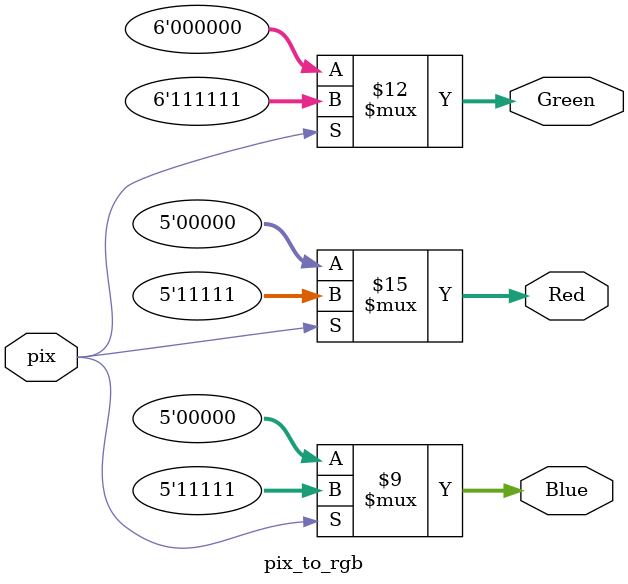
<source format=sv>
module coord_gen
(
	input		[9:0]		HorizontalCounter,
	input		[9:0]		VerticalCounter,
	
	output	[6:0]	y,
	output	[6:0] x
);

assign x = (HorizontalCounter < 640) ? (HorizontalCounter/8):0;
assign y = (VerticalCounter < 480) ? (VerticalCounter/12):0;

endmodule


module screen_memory
(
	input		[6:0]	x,
	input		[6:0]	y,
	
	output	[6:0]	char
);


reg [7:0] memory [3599:0];  // memory with 3599 entries of 8 bit characters


assign char = memory[x*80+y];


initial
begin
	integer i;
	for (i=0;i<3600;i=i+1)
	begin
		memory[i] = (i%60)+32;
	end
	
	//memory[164] = 70;
end

/*
always @(*)
begin

	if (VerticalCounter < 48 && HorizontalCounter < 64)
		char <= 70;
	else char <= 0;

end
*/

endmodule




module char_controller
(
	input							clock25,
	input				[9:0]		HorizontalCounter,
	input				[9:0]		VerticalCounter,

	output 	reg	[6:0]		address = 0
);



endmodule




module char_gen
(
	input							clock25,
	input				[95:0]	data_in,
	input				[9:0]		HorizontalCounter,
	input				[9:0]		VerticalCounter,

	output 	reg				Pixel = 0
);

reg [7:0] line = 0;
reg[2:0] i = 0;
reg [95:0] data = 0;

always @(posedge clock25)
begin
		
	data <= data_in;
	
	case (VerticalCounter % 12)
		10'd0: line <= data[95:88];
		10'd1: line <= data[87:80];
		10'd2: line <= data[79:72];
		10'd3: line <= data[71:64];
		10'd4: line <= data[63:56];
		10'd5: line <= data[55:48];
		10'd6: line <= data[47:40];
		10'd7: line <= data[39:32];
		10'd8: line <= data[31:24];
		10'd9: line <= data[23:16];
		10'd10: line <= data[15:8];
		10'd11: line <= data[7:0];

	endcase


	if (VerticalCounter < 480 && HorizontalCounter < 640)
	begin
		Pixel <= line[i];
		i<=i+1;
	end
	else
	begin
		Pixel <= 0;
		i<=0;
	end
		
	
end



endmodule





module font_rom
(
	input [6:0] address,
	output [95:0] data_out
);


reg [95:0] memory [0:127]; // memory with 128 entries of 96 bit(8x12 font)
assign data_out = memory[address];

initial
begin
	$readmemh("src/char_array3.txt", memory);
	//address<=70;
end



endmodule




module pix_to_rgb
(
	input					pix,
	output	reg[4:0]	Red = 5'd0,
	output	reg[5:0]	Green = 6'd0,
	output	reg[4:0]	Blue = 5'd0
);



always @(*)
begin
	if (pix == 0)
	begin
		Red <= 0;
		Green <= 0;
		Blue <= 0;
	end
	else
	begin
		Red <= 5'b11111;
		Green <= 6'b111111;
		Blue <= 5'b11111;
	end
end

endmodule





</source>
